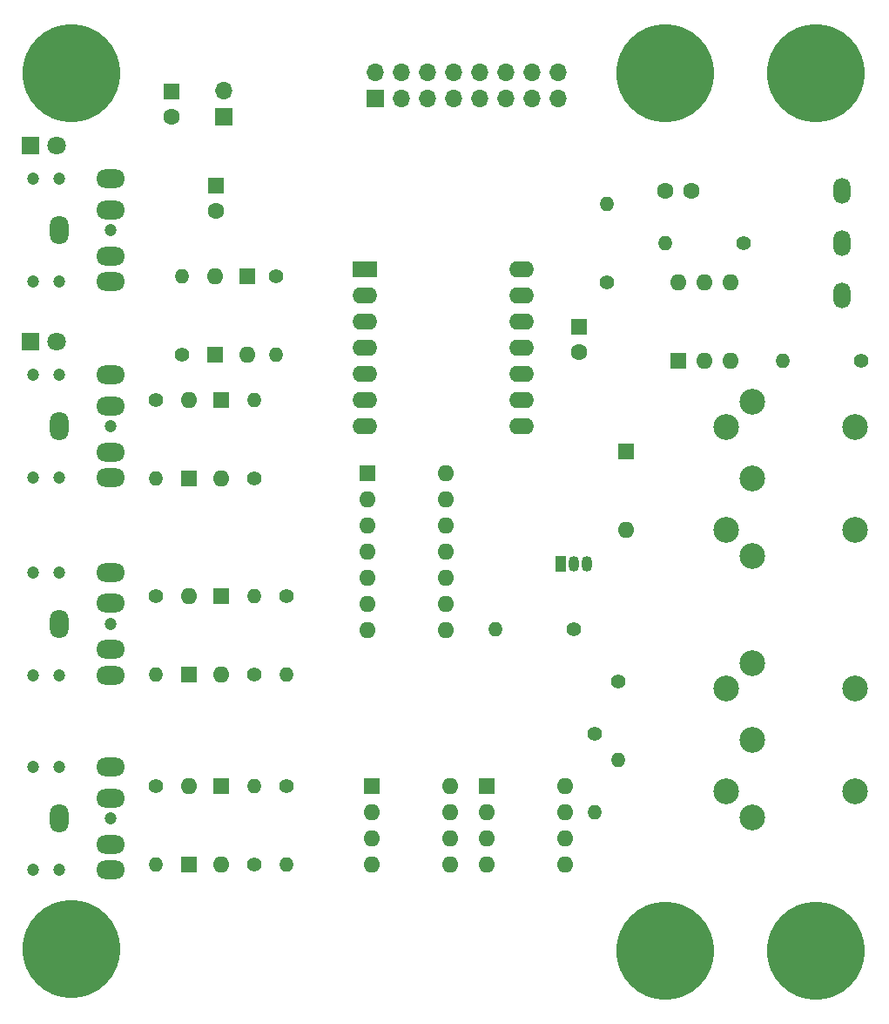
<source format=gbs>
%TF.GenerationSoftware,KiCad,Pcbnew,(6.0.1)*%
%TF.CreationDate,2022-09-24T11:45:24-04:00*%
%TF.ProjectId,SYNTH-MIDI-CTL-01,53594e54-482d-44d4-9944-492d43544c2d,1*%
%TF.SameCoordinates,Original*%
%TF.FileFunction,Soldermask,Bot*%
%TF.FilePolarity,Negative*%
%FSLAX46Y46*%
G04 Gerber Fmt 4.6, Leading zero omitted, Abs format (unit mm)*
G04 Created by KiCad (PCBNEW (6.0.1)) date 2022-09-24 11:45:24*
%MOMM*%
%LPD*%
G01*
G04 APERTURE LIST*
%ADD10R,1.600000X1.600000*%
%ADD11C,1.600000*%
%ADD12O,1.600000X1.600000*%
%ADD13C,9.525000*%
%ADD14O,1.651000X2.540000*%
%ADD15C,1.400000*%
%ADD16O,1.400000X1.400000*%
%ADD17C,1.200000*%
%ADD18O,2.800000X1.800000*%
%ADD19O,1.800000X2.800000*%
%ADD20C,2.500000*%
%ADD21R,1.700000X1.700000*%
%ADD22O,1.700000X1.700000*%
%ADD23R,1.050000X1.500000*%
%ADD24O,1.050000X1.500000*%
%ADD25R,2.400000X1.600000*%
%ADD26O,2.400000X1.600000*%
%ADD27R,1.800000X1.800000*%
%ADD28C,1.800000*%
G04 APERTURE END LIST*
D10*
%TO.C,C3*%
X106172000Y-39434888D03*
D11*
X106172000Y-41934888D03*
%TD*%
D10*
%TO.C,D4*%
X106680000Y-60325000D03*
D12*
X106680000Y-67945000D03*
%TD*%
D10*
%TO.C,C2*%
X141478000Y-53150888D03*
D11*
X141478000Y-55650888D03*
%TD*%
D10*
%TO.C,D9*%
X106680000Y-97790000D03*
D12*
X106680000Y-105410000D03*
%TD*%
D13*
%TO.C,MTG2*%
X92075000Y-113665000D03*
%TD*%
D14*
%TO.C,RV1*%
X167005000Y-40010000D03*
X167005000Y-45090000D03*
X167005000Y-50170000D03*
%TD*%
D13*
%TO.C,MTG3*%
X164465000Y-28575000D03*
%TD*%
%TO.C,MTG6*%
X149860000Y-113792000D03*
%TD*%
D15*
%TO.C,R8*%
X100330000Y-79375000D03*
D16*
X100330000Y-86995000D03*
%TD*%
D15*
%TO.C,R6*%
X100330000Y-60325000D03*
D16*
X100330000Y-67945000D03*
%TD*%
D15*
%TO.C,R5*%
X168910000Y-56515000D03*
D16*
X161290000Y-56515000D03*
%TD*%
D15*
%TO.C,R15*%
X109855000Y-105410000D03*
D16*
X109855000Y-97790000D03*
%TD*%
D17*
%TO.C,J3*%
X88432000Y-67865000D03*
X95932000Y-62865000D03*
X88432000Y-57865000D03*
X90932000Y-57865000D03*
X90932000Y-67865000D03*
D18*
X95932000Y-57865000D03*
X95932000Y-60865000D03*
D19*
X90932000Y-62865000D03*
D18*
X95932000Y-67865000D03*
X95932000Y-65365000D03*
%TD*%
D10*
%TO.C,U3*%
X151145000Y-56505000D03*
D12*
X153685000Y-56505000D03*
X156225000Y-56505000D03*
X156225000Y-48885000D03*
X153685000Y-48885000D03*
X151145000Y-48885000D03*
%TD*%
D17*
%TO.C,J5*%
X90932000Y-77042000D03*
X88432000Y-77042000D03*
X95932000Y-82042000D03*
X90932000Y-87042000D03*
X88432000Y-87042000D03*
D18*
X95932000Y-77042000D03*
X95932000Y-80042000D03*
D19*
X90932000Y-82042000D03*
D18*
X95932000Y-87042000D03*
X95932000Y-84542000D03*
%TD*%
D10*
%TO.C,D6*%
X103505000Y-86995000D03*
D12*
X103505000Y-79375000D03*
%TD*%
D10*
%TO.C,U6*%
X132471000Y-97800000D03*
D12*
X132471000Y-100340000D03*
X132471000Y-102880000D03*
X132471000Y-105420000D03*
X140091000Y-105420000D03*
X140091000Y-102880000D03*
X140091000Y-100340000D03*
X140091000Y-97800000D03*
%TD*%
D15*
%TO.C,R9*%
X109855000Y-86995000D03*
D16*
X109855000Y-79375000D03*
%TD*%
D10*
%TO.C,D5*%
X146050000Y-65278000D03*
D12*
X146050000Y-72898000D03*
%TD*%
D15*
%TO.C,R14*%
X100330000Y-97790000D03*
D16*
X100330000Y-105410000D03*
%TD*%
D10*
%TO.C,D8*%
X103505000Y-105410000D03*
D12*
X103505000Y-97790000D03*
%TD*%
D10*
%TO.C,D3*%
X103505000Y-67945000D03*
D12*
X103505000Y-60325000D03*
%TD*%
D10*
%TO.C,D1*%
X106045000Y-55880000D03*
D12*
X106045000Y-48260000D03*
%TD*%
D10*
%TO.C,U5*%
X121295000Y-97800000D03*
D12*
X121295000Y-100340000D03*
X121295000Y-102880000D03*
X121295000Y-105420000D03*
X128915000Y-105420000D03*
X128915000Y-102880000D03*
X128915000Y-100340000D03*
X128915000Y-97800000D03*
%TD*%
D20*
%TO.C,J6*%
X158290000Y-85845000D03*
X158290000Y-93345000D03*
X158290000Y-100845000D03*
X155790000Y-88345000D03*
X155790000Y-98345000D03*
X168290000Y-98345000D03*
X168290000Y-88345000D03*
%TD*%
D15*
%TO.C,R10*%
X113030000Y-79375000D03*
D16*
X113030000Y-86995000D03*
%TD*%
D15*
%TO.C,R3*%
X102870000Y-55880000D03*
D16*
X102870000Y-48260000D03*
%TD*%
D13*
%TO.C,MTG5*%
X149860000Y-28575000D03*
%TD*%
D10*
%TO.C,D7*%
X106680000Y-79375000D03*
D12*
X106680000Y-86995000D03*
%TD*%
D21*
%TO.C,J1*%
X121666000Y-31050000D03*
D22*
X121666000Y-28510000D03*
X124206000Y-31050000D03*
X124206000Y-28510000D03*
X126746000Y-31050000D03*
X126746000Y-28510000D03*
X129286000Y-31050000D03*
X129286000Y-28510000D03*
X131826000Y-31050000D03*
X131826000Y-28510000D03*
X134366000Y-31050000D03*
X134366000Y-28510000D03*
X136906000Y-31050000D03*
X136906000Y-28510000D03*
X139446000Y-31050000D03*
X139446000Y-28510000D03*
%TD*%
D15*
%TO.C,R13*%
X143002000Y-92710000D03*
D16*
X143002000Y-100330000D03*
%TD*%
D15*
%TO.C,R2*%
X157480000Y-45085000D03*
D16*
X149860000Y-45085000D03*
%TD*%
D23*
%TO.C,Q1*%
X139700000Y-76200000D03*
D24*
X140970000Y-76200000D03*
X142240000Y-76200000D03*
%TD*%
D25*
%TO.C,U2*%
X120650000Y-47625000D03*
D26*
X120650000Y-50165000D03*
X120650000Y-52705000D03*
X120650000Y-55245000D03*
X120650000Y-57785000D03*
X120650000Y-60325000D03*
X120650000Y-62865000D03*
X135890000Y-62865000D03*
X135890000Y-60325000D03*
X135890000Y-57785000D03*
X135890000Y-55245000D03*
X135890000Y-52705000D03*
X135890000Y-50165000D03*
X135890000Y-47625000D03*
%TD*%
D10*
%TO.C,D2*%
X109220000Y-48260000D03*
D12*
X109220000Y-55880000D03*
%TD*%
D21*
%TO.C,H1*%
X106934000Y-32771000D03*
D22*
X106934000Y-30231000D03*
%TD*%
D13*
%TO.C,MTG4*%
X164465000Y-113792000D03*
%TD*%
%TO.C,MTG1*%
X92075000Y-28575000D03*
%TD*%
D15*
%TO.C,R16*%
X113030000Y-97790000D03*
D16*
X113030000Y-105410000D03*
%TD*%
D15*
%TO.C,R1*%
X144145000Y-48895000D03*
D16*
X144145000Y-41275000D03*
%TD*%
D15*
%TO.C,R4*%
X112014000Y-48260000D03*
D16*
X112014000Y-55880000D03*
%TD*%
D15*
%TO.C,R7*%
X109855000Y-67945000D03*
D16*
X109855000Y-60325000D03*
%TD*%
D20*
%TO.C,J4*%
X158290000Y-60445000D03*
X158290000Y-67945000D03*
X158290000Y-75445000D03*
X155790000Y-62945000D03*
X155790000Y-72945000D03*
X168290000Y-72945000D03*
X168290000Y-62945000D03*
%TD*%
D15*
%TO.C,R12*%
X145288000Y-87630000D03*
D16*
X145288000Y-95250000D03*
%TD*%
D27*
%TO.C,DS1*%
X88133000Y-35560000D03*
D28*
X90673000Y-35560000D03*
%TD*%
D17*
%TO.C,J2*%
X88432000Y-38815000D03*
X90932000Y-38815000D03*
X95932000Y-43815000D03*
X90932000Y-48815000D03*
X88432000Y-48815000D03*
D18*
X95932000Y-38815000D03*
X95932000Y-41815000D03*
D19*
X90932000Y-43815000D03*
D18*
X95932000Y-48815000D03*
X95932000Y-46315000D03*
%TD*%
D10*
%TO.C,C1*%
X101854000Y-30290888D03*
D11*
X101854000Y-32790888D03*
%TD*%
D17*
%TO.C,J7*%
X90932000Y-95965000D03*
X88432000Y-95965000D03*
X90932000Y-105965000D03*
X95932000Y-100965000D03*
X88432000Y-105965000D03*
D18*
X95932000Y-95965000D03*
X95932000Y-98965000D03*
D19*
X90932000Y-100965000D03*
D18*
X95932000Y-105965000D03*
X95932000Y-103465000D03*
%TD*%
D27*
%TO.C,DS2*%
X88133000Y-54610000D03*
D28*
X90673000Y-54610000D03*
%TD*%
D10*
%TO.C,U4*%
X120870000Y-67450000D03*
D12*
X120870000Y-69990000D03*
X120870000Y-72530000D03*
X120870000Y-75070000D03*
X120870000Y-77610000D03*
X120870000Y-80150000D03*
X120870000Y-82690000D03*
X128490000Y-82690000D03*
X128490000Y-80150000D03*
X128490000Y-77610000D03*
X128490000Y-75070000D03*
X128490000Y-72530000D03*
X128490000Y-69990000D03*
X128490000Y-67450000D03*
%TD*%
D15*
%TO.C,R11*%
X140970000Y-82550000D03*
D16*
X133350000Y-82550000D03*
%TD*%
D11*
%TO.C,C4*%
X149880000Y-40005000D03*
X152380000Y-40005000D03*
%TD*%
M02*

</source>
